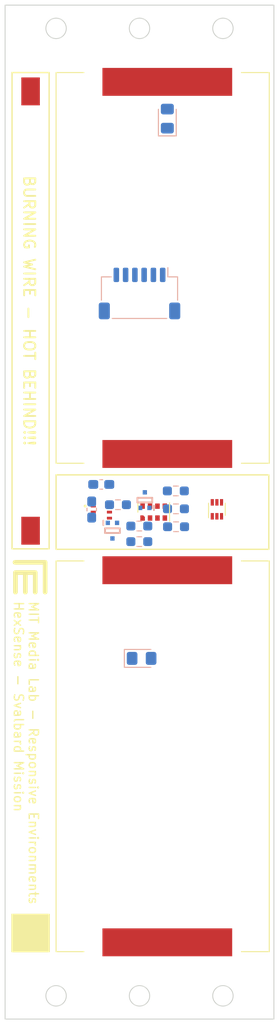
<source format=kicad_pcb>
(kicad_pcb (version 20221018) (generator pcbnew)
  (layers (0 "F.Cu" signal) (31 "B.Cu" signal) (34 "B.Paste" user) (35 "F.Paste" user) (36 "B.SilkS" user "B.Silkscreen") (37 "F.SilkS" user "F.Silkscreen") (38 "B.Mask" user) (39 "F.Mask" user) (44 "Edge.Cuts" user))
  (net 0 "")
  (net 1 "+3V3")
  (net 2 "GND")
  (net 3 "/SDA_1.8")
  (net 4 "/SCL_1.8")
  (net 5 "Net-(U2-ADD0)")
  (net 6 "+1V8")
  (net 7 "/SC")
  (net 8 "/SDA")
  (net 9 "/SCL")
  (net 14 "Net-(D1-A)")
  (net 15 "Net-(D2-A)")
  (net 16 "Net-(IC1-ADDR)")
  (footprint "Mylib:1_pin_SMD_1.5mmx1.0mm" (layer "F.Cu") (at 139.97 95.718022)
    (fp_text reference "J2" hide)
    (fp_text value "1_PIN")
    (pad "1" smd rect (at 0 2) (size 2 3) (layers "F.Cu" "F.Paste" "F.Mask"))
  )
  (footprint "Mylib:1_pin_SMD_1.5mmx1.0mm" (layer "F.Cu") (at 139.97 48.493022)
    (fp_text reference "J1" hide)
    (fp_text value "1_PIN")
    (pad "1" smd rect (at 0 2) (size 2 3) (layers "F.Cu" "F.Paste" "F.Mask"))
  )
  (footprint "Mylib:KXOB201K04F-TR" (layer "F.Cu") (at 154.72 111.968022)
    (fp_text reference "SC2" hide)
    (fp_text value "Solar_Cell")
    (fp_line (start -12 -11) (end -12 31) (stroke (width 0.12)) (layer "F.SilkS"))
    (fp_line (start -12 -11) (end -9 -11) (stroke (width 0.12)) (layer "F.SilkS"))
    (fp_line (start -12 31) (end -9 31) (stroke (width 0.12)) (layer "F.SilkS"))
    (fp_line (start 8 -11) (end 11 -11) (stroke (width 0.12)) (layer "F.SilkS"))
    (fp_line (start 11 -11) (end 11 31) (stroke (width 0.12)) (layer "F.SilkS"))
    (fp_line (start 11 31) (end 8 31) (stroke (width 0.12)) (layer "F.SilkS"))
    (pad "1" smd rect (at 0 -10) (size 14 3) (layers "F.Cu" "F.Paste" "F.Mask") (net 15 "Net-(D2-A)"))
    (pad "2" smd rect (at 0 30) (size 14 3) (layers "F.Cu" "F.Paste" "F.Mask") (net 2 "GND"))
  )
  (footprint "Package_LGA:AMS_OLGA-8_2x3.1mm_P0.8mm" (layer "F.Cu") (at 153.255 95.718022 90)
    (fp_text reference "U1" hide)
    (fp_text value "AS7341DLG")
    (fp_line (start -1 1.71) (end 1 1.71) (stroke (width 0.12)) (layer "F.SilkS"))
    (fp_line (start 0 -1.71) (end 1 -1.71) (stroke (width 0.12)) (layer "F.SilkS"))
    (pad "1" smd roundrect (at -0.638 -1.2 90) (size 0.575 0.488) (layers "F.Cu" "F.Paste" "F.Mask") (roundrect_rratio 0) (chamfer_ratio 0.3625) (chamfer bottom_right) (net 6 "+1V8"))
    (pad "2" smd rect (at -0.638 -0.4 90) (size 0.575 0.488) (layers "F.Cu" "F.Paste" "F.Mask") (net 4 "/SCL_1.8"))
    (pad "3" smd rect (at -0.638 0.4 90) (size 0.575 0.488) (layers "F.Cu" "F.Paste" "F.Mask") (net 2 "GND"))
    (pad "4" smd rect (at -0.638 1.2 90) (size 0.575 0.488) (layers "F.Cu" "F.Paste" "F.Mask"))
    (pad "5" smd rect (at 0.638 1.2 90) (size 0.575 0.488) (layers "F.Cu" "F.Paste" "F.Mask") (net 2 "GND"))
    (pad "6" smd rect (at 0.638 0.4 90) (size 0.575 0.488) (layers "F.Cu" "F.Paste" "F.Mask"))
    (pad "7" smd rect (at 0.638 -0.4 90) (size 0.575 0.488) (layers "F.Cu" "F.Paste" "F.Mask"))
    (pad "8" smd rect (at 0.638 -1.2 90) (size 0.575 0.488) (layers "F.Cu" "F.Paste" "F.Mask") (net 3 "/SDA_1.8"))
  )
  (footprint "Mylib:KXOB201K04F-TR" (layer "F.Cu") (at 154.72 59.468022)
    (fp_text reference "SC1" hide)
    (fp_text value "Solar_Cell")
    (fp_line (start -12 -11) (end -12 31) (stroke (width 0.12)) (layer "F.SilkS"))
    (fp_line (start -12 -11) (end -9 -11) (stroke (width 0.12)) (layer "F.SilkS"))
    (fp_line (start -12 31) (end -9 31) (stroke (width 0.12)) (layer "F.SilkS"))
    (fp_line (start 8 -11) (end 11 -11) (stroke (width 0.12)) (layer "F.SilkS"))
    (fp_line (start 11 -11) (end 11 31) (stroke (width 0.12)) (layer "F.SilkS"))
    (fp_line (start 11 31) (end 8 31) (stroke (width 0.12)) (layer "F.SilkS"))
    (pad "1" smd rect (at 0 -10) (size 14 3) (layers "F.Cu" "F.Paste" "F.Mask") (net 14 "Net-(D1-A)"))
    (pad "2" smd rect (at 0 30) (size 14 3) (layers "F.Cu" "F.Paste" "F.Mask") (net 2 "GND"))
  )
  (footprint "Package_TO_SOT_SMD:SOT-563" (layer "F.Cu") (at 160.07 95.418022 90)
    (fp_text reference "U2" hide)
    (fp_text value "TMP112xxDRL")
    (fp_line (start -0.9 -0.9) (end 0.65 -0.9) (stroke (width 0.12)) (layer "F.SilkS"))
    (fp_line (start 0.65 0.9) (end -0.65 0.9) (stroke (width 0.12)) (layer "F.SilkS"))
    (pad "1" smd rect (at -0.75 -0.5 90) (size 0.7 0.34) (layers "F.Cu" "F.Paste" "F.Mask") (net 9 "/SCL"))
    (pad "2" smd rect (at -0.75 0 90) (size 0.7 0.34) (layers "F.Cu" "F.Paste" "F.Mask") (net 2 "GND"))
    (pad "3" smd rect (at -0.75 0.5 90) (size 0.7 0.34) (layers "F.Cu" "F.Paste" "F.Mask"))
    (pad "4" smd rect (at 0.75 0.5 90) (size 0.7 0.34) (layers "F.Cu" "F.Paste" "F.Mask") (net 5 "Net-(U2-ADD0)"))
    (pad "5" smd rect (at 0.75 0 90) (size 0.7 0.34) (layers "F.Cu" "F.Paste" "F.Mask") (net 1 "+3V3"))
    (pad "6" smd rect (at 0.75 -0.5 90) (size 0.7 0.34) (layers "F.Cu" "F.Paste" "F.Mask") (net 8 "/SDA"))
  )
  (footprint "SamacSys_Parts:VEML6030GS15" (layer "F.Cu") (at 147.6025 95.718022)
    (fp_text reference "IC1" hide)
    (fp_text value "VEML6030-GS15" hide)
    (fp_line (start -1.8 -0.65) (end -1.8 -0.65) (stroke (width 0.2)) (layer "F.SilkS"))
    (fp_line (start -1.8 -0.65) (end -1.8 -0.65) (stroke (width 0.2)) (layer "F.SilkS"))
    (fp_line (start -1.7 -0.65) (end -1.7 -0.65) (stroke (width 0.2)) (layer "F.SilkS"))
    (fp_arc (start -1.8 -0.65) (mid -1.75 -0.7) (end -1.7 -0.65) (stroke (width 0.2)) (layer "F.SilkS"))
    (fp_arc (start -1.7 -0.65) (mid -1.75 -0.6) (end -1.8 -0.65) (stroke (width 0.2)) (layer "F.SilkS"))
    (fp_arc (start -1.7 -0.65) (mid -1.75 -0.6) (end -1.8 -0.65) (stroke (width 0.2)) (layer "F.SilkS"))
    (pad "1" smd rect (at -0.875 -0.65 90) (size 0.3 0.55) (layers "F.Cu" "F.Paste" "F.Mask") (net 2 "GND"))
    (pad "2" smd rect (at -0.875 0 90) (size 0.3 0.55) (layers "F.Cu" "F.Paste" "F.Mask") (net 8 "/SDA"))
    (pad "3" smd rect (at -0.875 0.65 90) (size 0.3 0.55) (layers "F.Cu" "F.Paste" "F.Mask"))
    (pad "4" smd rect (at 0.875 0.65 90) (size 0.3 0.55) (layers "F.Cu" "F.Paste" "F.Mask") (net 16 "Net-(IC1-ADDR)"))
    (pad "5" smd rect (at 0.875 0 90) (size 0.3 0.55) (layers "F.Cu" "F.Paste" "F.Mask") (net 9 "/SCL"))
    (pad "6" smd rect (at 0.875 -0.65 90) (size 0.3 0.55) (layers "F.Cu" "F.Paste" "F.Mask") (net 1 "+3V3"))
  )
  (footprint "Resistor_SMD:R_0603_1608Metric_Pad0.98x0.95mm_HandSolder" (layer "B.Cu") (at 151.7 98.893022 180)
    (fp_text reference "R5" hide)
    (fp_text value "4.7k")
    (fp_line (start -0.254724 -0.5225) (end 0.254724 -0.5225) (stroke (width 0.12)) (layer "B.SilkS"))
    (fp_line (start -0.254724 0.5225) (end 0.254724 0.5225) (stroke (width 0.12)) (layer "B.SilkS"))
    (pad "1" smd roundrect (at -0.9125 0 180) (size 0.975 0.95) (layers "B.Cu" "B.Paste" "B.Mask") (net 2 "GND"))
    (pad "2" smd roundrect (at 0.9125 0 180) (size 0.975 0.95) (layers "B.Cu" "B.Paste" "B.Mask") (net 16 "Net-(IC1-ADDR)"))
  )
  (footprint "Resistor_SMD:R_0603_1608Metric_Pad0.98x0.95mm_HandSolder" (layer "B.Cu") (at 149.395 94.925022 180)
    (fp_text reference "R11" hide)
    (fp_text value "4.7k")
    (fp_line (start -0.254724 -0.5225) (end 0.254724 -0.5225) (stroke (width 0.12)) (layer "B.SilkS"))
    (fp_line (start -0.254724 0.5225) (end 0.254724 0.5225) (stroke (width 0.12)) (layer "B.SilkS"))
    (pad "1" smd roundrect (at -0.9125 0 180) (size 0.975 0.95) (layers "B.Cu" "B.Paste" "B.Mask") (net 3 "/SDA_1.8"))
    (pad "2" smd roundrect (at 0.9125 0 180) (size 0.975 0.95) (layers "B.Cu" "B.Paste" "B.Mask") (net 6 "+1V8"))
  )
  (footprint "Resistor_SMD:R_0603_1608Metric_Pad0.98x0.95mm_HandSolder" (layer "B.Cu") (at 155.65 95.368022)
    (fp_text reference "R2" hide)
    (fp_text value "4.7k")
    (fp_line (start -0.254724 -0.5225) (end 0.254724 -0.5225) (stroke (width 0.12)) (layer "B.SilkS"))
    (fp_line (start -0.254724 0.5225) (end 0.254724 0.5225) (stroke (width 0.12)) (layer "B.SilkS"))
    (pad "1" smd roundrect (at -0.9125 0) (size 0.975 0.95) (layers "B.Cu" "B.Paste" "B.Mask") (net 9 "/SCL"))
    (pad "2" smd roundrect (at 0.9125 0) (size 0.975 0.95) (layers "B.Cu" "B.Paste" "B.Mask") (net 1 "+3V3"))
  )
  (footprint "SamacSys_Parts:SOTFL50P160X60-3N" (layer "B.Cu") (at 148.8 97.713022 -90)
    (fp_text reference "Q2" hide)
    (fp_text value "PJE8408_R1_00001" hide)
    (fp_line (start -1.075 0.98) (end -0.6 0.98) (stroke (width 0.2)) (layer "B.SilkS"))
    (fp_line (start -0.25 -0.8) (end -0.25 0.8) (stroke (width 0.2)) (layer "B.SilkS"))
    (fp_line (start -0.25 0.8) (end 0.25 0.8) (stroke (width 0.2)) (layer "B.SilkS"))
    (fp_line (start 0.25 -0.8) (end -0.25 -0.8) (stroke (width 0.2)) (layer "B.SilkS"))
    (fp_line (start 0.25 0.8) (end 0.25 -0.8) (stroke (width 0.2)) (layer "B.SilkS"))
    (pad "1" smd rect (at -0.838 0.5 180) (size 0.46 0.475) (layers "B.Cu" "B.Paste" "B.Mask") (net 6 "+1V8"))
    (pad "2" smd rect (at -0.838 -0.5 180) (size 0.46 0.475) (layers "B.Cu" "B.Paste" "B.Mask") (net 4 "/SCL_1.8"))
    (pad "3" smd rect (at 0.838 0 180) (size 0.46 0.475) (layers "B.Cu" "B.Paste" "B.Mask") (net 9 "/SCL"))
  )
  (footprint "Resistor_SMD:R_0603_1608Metric_Pad0.98x0.95mm_HandSolder" (layer "B.Cu") (at 155.6625 97.293022 180)
    (fp_text reference "R4" hide)
    (fp_text value "4.7k")
    (fp_line (start -0.254724 -0.5225) (end 0.254724 -0.5225) (stroke (width 0.12)) (layer "B.SilkS"))
    (fp_line (start -0.254724 0.5225) (end 0.254724 0.5225) (stroke (width 0.12)) (layer "B.SilkS"))
    (pad "1" smd roundrect (at -0.9125 0 180) (size 0.975 0.95) (layers "B.Cu" "B.Paste" "B.Mask") (net 5 "Net-(U2-ADD0)"))
    (pad "2" smd roundrect (at 0.9125 0 180) (size 0.975 0.95) (layers "B.Cu" "B.Paste" "B.Mask") (net 2 "GND"))
  )
  (footprint "Capacitor_SMD:C_0603_1608Metric_Pad1.08x0.95mm_HandSolder" (layer "B.Cu") (at 146.5625 95.443022 90)
    (fp_text reference "C2" hide)
    (fp_text value "0.1uF")
    (fp_line (start -0.146267 -0.51) (end 0.146267 -0.51) (stroke (width 0.12)) (layer "B.SilkS"))
    (fp_line (start -0.146267 0.51) (end 0.146267 0.51) (stroke (width 0.12)) (layer "B.SilkS"))
    (pad "1" smd roundrect (at -0.8625 0 90) (size 1.075 0.95) (layers "B.Cu" "B.Paste" "B.Mask") (net 6 "+1V8"))
    (pad "2" smd roundrect (at 0.8625 0 90) (size 1.075 0.95) (layers "B.Cu" "B.Paste" "B.Mask") (net 2 "GND"))
  )
  (footprint "Resistor_SMD:R_0603_1608Metric_Pad0.98x0.95mm_HandSolder" (layer "B.Cu") (at 155.6375 93.443022)
    (fp_text reference "R3" hide)
    (fp_text value "4.7k")
    (fp_line (start -0.254724 -0.5225) (end 0.254724 -0.5225) (stroke (width 0.12)) (layer "B.SilkS"))
    (fp_line (start -0.254724 0.5225) (end 0.254724 0.5225) (stroke (width 0.12)) (layer "B.SilkS"))
    (pad "1" smd roundrect (at -0.9125 0) (size 0.975 0.95) (layers "B.Cu" "B.Paste" "B.Mask") (net 8 "/SDA"))
    (pad "2" smd roundrect (at 0.9125 0) (size 0.975 0.95) (layers "B.Cu" "B.Paste" "B.Mask") (net 1 "+3V3"))
  )
  (footprint "Diode_SMD:D_0805_2012Metric_Pad1.15x1.40mm_HandSolder" (layer "B.Cu") (at 154.72 53.418022 90)
    (fp_text reference "D1" hide)
    (fp_text value "D_Schottky")
    (fp_line (start -1.86 -0.96) (end 1 -0.96) (stroke (width 0.12)) (layer "B.SilkS"))
    (fp_line (start -1.86 0.96) (end -1.86 -0.96) (stroke (width 0.12)) (layer "B.SilkS"))
    (fp_line (start 1 0.96) (end -1.86 0.96) (stroke (width 0.12)) (layer "B.SilkS"))
    (pad "1" smd roundrect (at -1.025 0 90) (size 1.15 1.4) (layers "B.Cu" "B.Paste" "B.Mask") (roundrect_rratio 0.217391) (net 7 "/SC"))
    (pad "2" smd roundrect (at 1.025 0 90) (size 1.15 1.4) (layers "B.Cu" "B.Paste" "B.Mask") (roundrect_rratio 0.217391) (net 14 "Net-(D1-A)"))
  )
  (footprint "SamacSys_Parts:SOTFL50P160X60-3N" (layer "B.Cu") (at 152.295 94.430022 90)
    (fp_text reference "Q1" hide)
    (fp_text value "PJE8408_R1_00001" hide)
    (fp_line (start -1.075 0.98) (end -0.6 0.98) (stroke (width 0.2)) (layer "B.SilkS"))
    (fp_line (start -0.25 -0.8) (end -0.25 0.8) (stroke (width 0.2)) (layer "B.SilkS"))
    (fp_line (start -0.25 0.8) (end 0.25 0.8) (stroke (width 0.2)) (layer "B.SilkS"))
    (fp_line (start 0.25 -0.8) (end -0.25 -0.8) (stroke (width 0.2)) (layer "B.SilkS"))
    (fp_line (start 0.25 0.8) (end 0.25 -0.8) (stroke (width 0.2)) (layer "B.SilkS"))
    (pad "1" smd rect (at -0.838 0.5) (size 0.46 0.475) (layers "B.Cu" "B.Paste" "B.Mask") (net 6 "+1V8"))
    (pad "2" smd rect (at -0.838 -0.5) (size 0.46 0.475) (layers "B.Cu" "B.Paste" "B.Mask") (net 3 "/SDA_1.8"))
    (pad "3" smd rect (at 0.838 0) (size 0.46 0.475) (layers "B.Cu" "B.Paste" "B.Mask") (net 8 "/SDA"))
  )
  (footprint "Connector_JST:JST_SH_SM06B-SRSS-TB_1x06-1MP_P1.00mm_Horizontal" (layer "B.Cu") (at 151.72 72.218022 180)
    (fp_text reference "J4" hide)
    (fp_text value "SM06B-SRSS-TB(LF)(SN)")
    (fp_line (start -4.11 -0.715) (end -4.11 1.785) (stroke (width 0.12)) (layer "B.SilkS"))
    (fp_line (start -4.11 1.785) (end -3.06 1.785) (stroke (width 0.12)) (layer "B.SilkS"))
    (fp_line (start -3.06 1.785) (end -3.06 2.775) (stroke (width 0.12)) (layer "B.SilkS"))
    (fp_line (start -2.94 -2.685) (end 2.94 -2.685) (stroke (width 0.12)) (layer "B.SilkS"))
    (fp_line (start 4.11 -0.715) (end 4.11 1.785) (stroke (width 0.12)) (layer "B.SilkS"))
    (fp_line (start 4.11 1.785) (end 3.06 1.785) (stroke (width 0.12)) (layer "B.SilkS"))
    (pad "1" smd roundrect (at -2.5 2 180) (size 0.6 1.55) (layers "B.Cu" "B.Paste" "B.Mask") (net 1 "+3V3"))
    (pad "2" smd roundrect (at -1.5 2 180) (size 0.6 1.55) (layers "B.Cu" "B.Paste" "B.Mask") (net 6 "+1V8"))
    (pad "3" smd roundrect (at -0.5 2 180) (size 0.6 1.55) (layers "B.Cu" "B.Paste" "B.Mask") (net 9 "/SCL"))
    (pad "4" smd roundrect (at 0.5 2 180) (size 0.6 1.55) (layers "B.Cu" "B.Paste" "B.Mask") (net 8 "/SDA"))
    (pad "5" smd roundrect (at 1.5 2 180) (size 0.6 1.55) (layers "B.Cu" "B.Paste" "B.Mask") (net 7 "/SC"))
    (pad "6" smd roundrect (at 2.5 2 180) (size 0.6 1.55) (layers "B.Cu" "B.Paste" "B.Mask") (net 2 "GND"))
    (pad "MP" smd roundrect (at -3.8 -1.875 180) (size 1.2 1.8) (layers "B.Cu" "B.Paste" "B.Mask") (roundrect_rratio 0.208333) (net 2 "GND"))
    (pad "MP" smd roundrect (at 3.8 -1.875 180) (size 1.2 1.8) (layers "B.Cu" "B.Paste" "B.Mask") (roundrect_rratio 0.208333) (net 2 "GND"))
  )
  (footprint "Capacitor_SMD:C_0603_1608Metric_Pad1.08x0.95mm_HandSolder" (layer "B.Cu") (at 147.595 92.743022)
    (fp_text reference "C1" hide)
    (fp_text value "0.1uF")
    (fp_line (start -0.146267 -0.51) (end 0.146267 -0.51) (stroke (width 0.12)) (layer "B.SilkS"))
    (fp_line (start -0.146267 0.51) (end 0.146267 0.51) (stroke (width 0.12)) (layer "B.SilkS"))
    (pad "1" smd roundrect (at -0.8625 0) (size 1.075 0.95) (layers "B.Cu" "B.Paste" "B.Mask") (net 1 "+3V3"))
    (pad "2" smd roundrect (at 0.8625 0) (size 1.075 0.95) (layers "B.Cu" "B.Paste" "B.Mask") (net 2 "GND"))
  )
  (footprint "Diode_SMD:D_0805_2012Metric_Pad1.15x1.40mm_HandSolder" (layer "B.Cu") (at 151.945 111.443022)
    (fp_text reference "D2" hide)
    (fp_text value "D_Schottky")
    (fp_line (start -1.86 -0.96) (end 1 -0.96) (stroke (width 0.12)) (layer "B.SilkS"))
    (fp_line (start -1.86 0.96) (end -1.86 -0.96) (stroke (width 0.12)) (layer "B.SilkS"))
    (fp_line (start 1 0.96) (end -1.86 0.96) (stroke (width 0.12)) (layer "B.SilkS"))
    (pad "1" smd roundrect (at -1.025 0) (size 1.15 1.4) (layers "B.Cu" "B.Paste" "B.Mask") (roundrect_rratio 0.217391) (net 7 "/SC"))
    (pad "2" smd roundrect (at 1.025 0) (size 1.15 1.4) (layers "B.Cu" "B.Paste" "B.Mask") (roundrect_rratio 0.217391) (net 15 "Net-(D2-A)"))
  )
  (footprint "Resistor_SMD:R_0603_1608Metric_Pad0.98x0.95mm_HandSolder" (layer "B.Cu") (at 151.7 97.218022)
    (fp_text reference "R1" hide)
    (fp_text value "4.7k")
    (fp_line (start -0.254724 -0.5225) (end 0.254724 -0.5225) (stroke (width 0.12)) (layer "B.SilkS"))
    (fp_line (start -0.254724 0.5225) (end 0.254724 0.5225) (stroke (width 0.12)) (layer "B.SilkS"))
    (pad "1" smd roundrect (at -0.9125 0) (size 0.975 0.95) (layers "B.Cu" "B.Paste" "B.Mask") (net 4 "/SCL_1.8"))
    (pad "2" smd roundrect (at 0.9125 0) (size 0.975 0.95) (layers "B.Cu" "B.Paste" "B.Mask") (net 6 "+1V8"))
  )
  (gr_line (start 139.403334 102.218022) (end 139.403334 104.318022) (stroke (width 0.5)) (layer "F.SilkS"))
  (gr_line (start 141.536668 101.118022) (end 141.536668 104.318022) (stroke (width 0.5)) (layer "F.SilkS"))
  (gr_line (start 138.336668 102.218022) (end 140.47 102.218022) (stroke (width 0.5)) (layer "F.SilkS"))
  (gr_line (start 138.336668 102.218022) (end 138.336668 104.318022) (stroke (width 0.5)) (layer "F.SilkS"))
  (gr_line (start 141.536668 101.118022) (end 138.29 101.118022) (stroke (width 0.5)) (layer "F.SilkS"))
  (gr_rect (start 137.97 48.468022) (end 141.97 99.668022) (stroke (width 0.15)) (fill none) (layer "F.SilkS"))
  (gr_rect (start 137.97 138.968022) (end 141.97 142.968022) (stroke (width 0.15)) (fill solid) (layer "F.SilkS"))
  (gr_line (start 140.47 102.218022) (end 140.47 104.318022) (stroke (width 0.5)) (layer "F.SilkS"))
  (gr_rect (start 142.72 91.718022) (end 165.67 99.718022) (stroke (width 0.15)) (fill none) (layer "F.SilkS"))
  (gr_line (start 166.22 150.218022) (end 137.22 150.218022) (stroke (width 0.1)) (layer "Edge.Cuts"))
  (gr_line (start 166.22 41.218022) (end 137.22 41.218022) (stroke (width 0.1)) (layer "Edge.Cuts"))
  (gr_circle (center 151.72 147.718022) (end 152.82 147.718022) (stroke (width 0.1)) (fill none) (layer "Edge.Cuts"))
  (gr_line (start 166.22 41.218022) (end 166.22 150.218022) (stroke (width 0.1)) (layer "Edge.Cuts"))
  (gr_circle (center 160.72 147.718022) (end 161.82 147.718022) (stroke (width 0.1)) (fill none) (layer "Edge.Cuts"))
  (gr_circle (center 142.72 147.718022) (end 143.82 147.718022) (stroke (width 0.1)) (fill none) (layer "Edge.Cuts"))
  (gr_circle (center 142.72 43.718022) (end 143.82 43.718022) (stroke (width 0.1)) (fill none) (layer "Edge.Cuts"))
  (gr_circle (center 160.72 43.718022) (end 161.82 43.718022) (stroke (width 0.1)) (fill none) (layer "Edge.Cuts"))
  (gr_line (start 137.22 41.218022) (end 137.22 150.218022) (stroke (width 0.1)) (layer "Edge.Cuts"))
  (gr_circle (center 151.72 43.718022) (end 152.82 43.718022) (stroke (width 0.1)) (fill none) (layer "Edge.Cuts"))
  (gr_text "MIT Media Lab - Responsive Environments\nHexSense - Svalbard Mission" (at 138.086668 105.218022 270) (layer "F.SilkS") (effects (font (size 1 1)) (justify left bottom)))
  (gr_text "BURNING WIRE - HOT BEHIND!!!" (at 139.12 59.423734 270) (layer "F.SilkS") (effects (font (size 1.2 1.2) (thickness 0.2) bold) (justify left bottom)))
)
</source>
